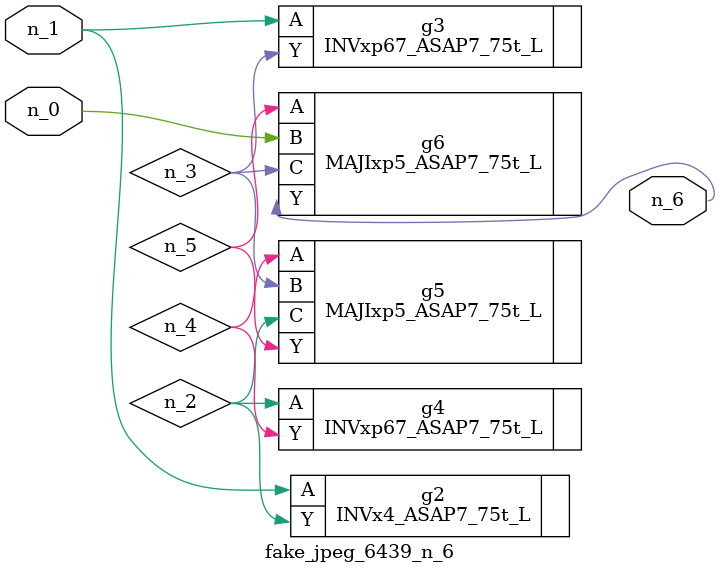
<source format=v>
module fake_jpeg_6439_n_6 (n_0, n_1, n_6);

input n_0;
input n_1;

output n_6;

wire n_2;
wire n_3;
wire n_4;
wire n_5;

INVx4_ASAP7_75t_L g2 ( 
.A(n_1),
.Y(n_2)
);

INVxp67_ASAP7_75t_L g3 ( 
.A(n_1),
.Y(n_3)
);

INVxp67_ASAP7_75t_L g4 ( 
.A(n_2),
.Y(n_4)
);

MAJIxp5_ASAP7_75t_L g5 ( 
.A(n_4),
.B(n_3),
.C(n_2),
.Y(n_5)
);

MAJIxp5_ASAP7_75t_L g6 ( 
.A(n_5),
.B(n_0),
.C(n_3),
.Y(n_6)
);


endmodule
</source>
